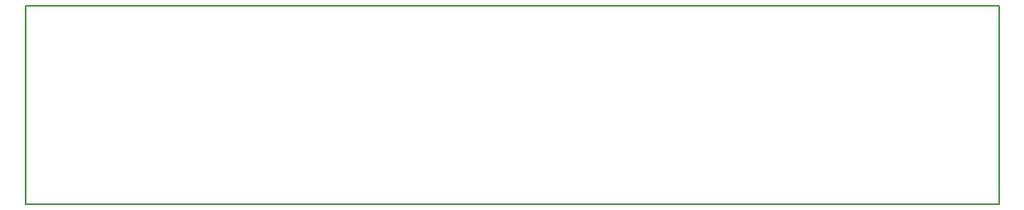
<source format=gbr>
%TF.GenerationSoftware,KiCad,Pcbnew,7.0.2*%
%TF.CreationDate,2023-08-10T02:19:43+09:00*%
%TF.ProjectId,Pmod_7LED_8digit,506d6f64-5f37-44c4-9544-5f3864696769,rev?*%
%TF.SameCoordinates,Original*%
%TF.FileFunction,Profile,NP*%
%FSLAX46Y46*%
G04 Gerber Fmt 4.6, Leading zero omitted, Abs format (unit mm)*
G04 Created by KiCad (PCBNEW 7.0.2) date 2023-08-10 02:19:43*
%MOMM*%
%LPD*%
G01*
G04 APERTURE LIST*
%TA.AperFunction,Profile*%
%ADD10C,0.200000*%
%TD*%
G04 APERTURE END LIST*
D10*
X49911000Y-64389000D02*
X149479000Y-64389000D01*
X149479000Y-84709000D01*
X49911000Y-84709000D01*
X49911000Y-64389000D01*
M02*

</source>
